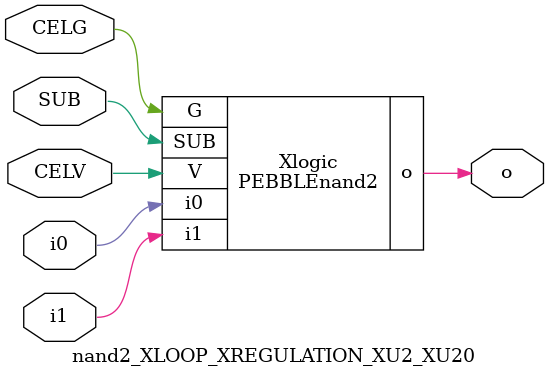
<source format=v>



module PEBBLEnand2 ( o, G, SUB, V, i0, i1 );

  input i0;
  input V;
  input i1;
  input G;
  output o;
  input SUB;
endmodule

//Celera Confidential Do Not Copy nand2_XLOOP_XREGULATION_XU2_XU20
//Celera Confidential Symbol Generator
//5V NAND2
module nand2_XLOOP_XREGULATION_XU2_XU20 (CELV,CELG,i0,i1,o,SUB);
input CELV;
input CELG;
input i0;
input i1;
input SUB;
output o;

//Celera Confidential Do Not Copy nand2
PEBBLEnand2 Xlogic(
.V (CELV),
.i0 (i0),
.i1 (i1),
.o (o),
.SUB (SUB),
.G (CELG)
);
//,diesize,PEBBLEnand2

//Celera Confidential Do Not Copy Module End
//Celera Schematic Generator
endmodule

</source>
